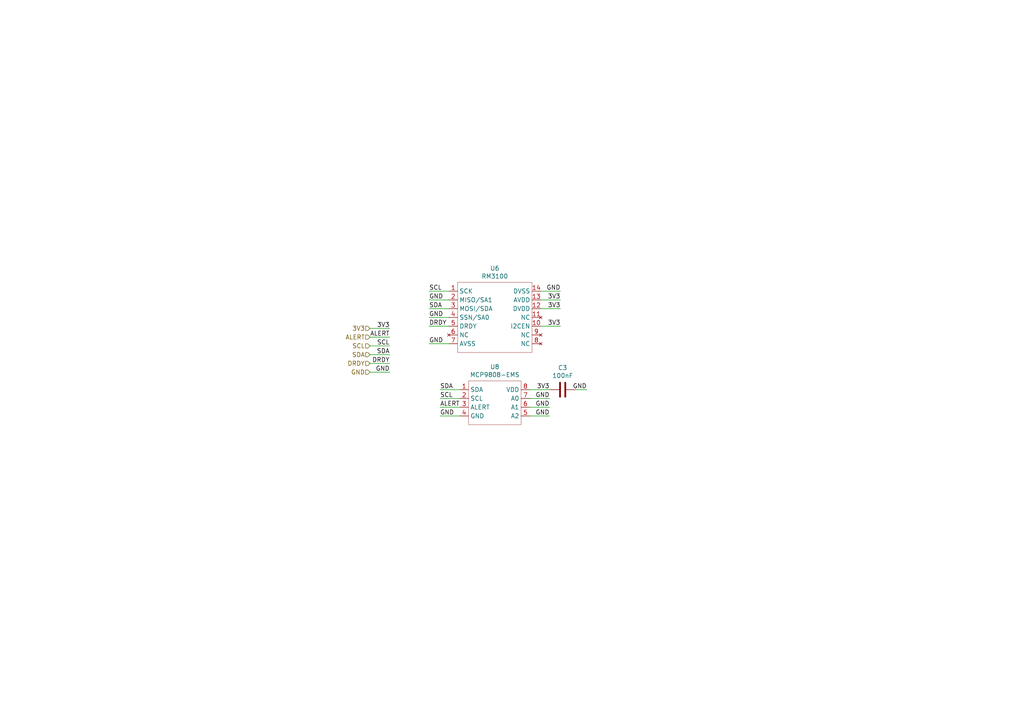
<source format=kicad_sch>
(kicad_sch (version 20200512) (host eeschema "5.99.0-unknown-57e35c9~88~ubuntu19.10.1")
  (page 5 6)
  (paper "A4")
  (lib_symbols
    (symbol "Device:C" (pin_numbers hide) (pin_names (offset 0.254))
      (property "Reference" "C" (at 0.635 2.54 0))
      (property "Value" "C" (at 0.635 -2.54 0))
      (symbol "C_0_1"
        (polyline (pts (xy -2.032 -0.762) (xy 2.032 -0.762)) (stroke (width 0.508)))
        (polyline (pts (xy -2.032 0.762) (xy 2.032 0.762)) (stroke (width 0.508)))
      )
      (symbol "C_1_1"
        (pin passive line (at 0 3.81 270) (length 2.794) (name "~") (number "1"))
        (pin passive line (at 0 -3.81 90) (length 2.794) (name "~") (number "2"))
      )
    )
    (symbol "Temperature:MCP9808-EMS"
      (property "Reference" "U" (at 0 7.62 0))
      (property "Value" "MCP9808-EMS" (at 0 -7.62 0))
      (symbol "MCP9808-EMS_0_1"
        (rectangle (start -7.62 -6.35) (end 7.62 6.35) (stroke (width 0.0006)))
      )
      (symbol "MCP9808-EMS_1_1"
        (pin bidirectional line (at -10.16 3.81 0) (length 2.54) (name "SDA") (number "1"))
        (pin input line (at -10.16 1.27 0) (length 2.54) (name "SCL") (number "2"))
        (pin output line (at -10.16 -1.27 0) (length 2.54) (name "ALERT") (number "3"))
        (pin input line (at -10.16 -3.81 0) (length 2.54) (name "GND") (number "4"))
        (pin input line (at 10.16 3.81 180) (length 2.54) (name "VDD") (number "8"))
        (pin input line (at 10.16 1.27 180) (length 2.54) (name "A0") (number "7"))
        (pin input line (at 10.16 -1.27 180) (length 2.54) (name "A1") (number "6"))
        (pin input line (at 10.16 -3.81 180) (length 2.54) (name "A2") (number "5"))
      )
    )
    (symbol "rm3100:RM3100"
      (property "Reference" "U" (at 0 11.43 0))
      (property "Value" "RM3100" (at 0 -11.43 0))
      (symbol "RM3100_0_1"
        (rectangle (start -11.43 10.16) (end 10.16 -10.16) (stroke (width 0.0006)))
      )
      (symbol "RM3100_1_1"
        (pin input line (at -13.97 7.62 0) (length 2.54) (name "SCK") (number "1"))
        (pin output line (at -13.97 5.08 0) (length 2.54) (name "MISO/SA1") (number "2"))
        (pin input line (at -13.97 2.54 0) (length 2.54) (name "MOSI/SDA") (number "3"))
        (pin input line (at -13.97 0 0) (length 2.54) (name "SSN/SA0") (number "4"))
        (pin output line (at -13.97 -2.54 0) (length 2.54) (name "DRDY") (number "5"))
        (pin input line (at -13.97 -7.62 0) (length 2.54) (name "AVSS") (number "7"))
        (pin input line (at 12.7 -2.54 180) (length 2.54) (name "I2CEN") (number "10"))
        (pin input line (at 12.7 2.54 180) (length 2.54) (name "DVDD") (number "12"))
        (pin input line (at 12.7 5.08 180) (length 2.54) (name "AVDD") (number "13"))
        (pin input line (at 12.7 7.62 180) (length 2.54) (name "DVSS") (number "14"))
        (pin unconnected line (at -13.97 -5.08 0) (length 2.54) (name "NC") (number "6"))
        (pin unconnected line (at 12.7 -7.62 180) (length 2.54) (name "NC") (number "8"))
        (pin unconnected line (at 12.7 -5.08 180) (length 2.54) (name "NC") (number "9"))
        (pin unconnected line (at 12.7 0 180) (length 2.54) (name "NC") (number "11"))
      )
    )
  )
  (wire (pts (xy 107.315 95.25) (xy 113.03 95.25)))
  (wire (pts (xy 107.315 97.79) (xy 113.03 97.79)))
  (wire (pts (xy 107.315 100.33) (xy 113.03 100.33)))
  (wire (pts (xy 107.315 102.87) (xy 113.03 102.87)))
  (wire (pts (xy 107.315 105.41) (xy 113.03 105.41)))
  (wire (pts (xy 107.315 107.95) (xy 113.03 107.95)))
  (wire (pts (xy 124.46 84.455) (xy 130.175 84.455)))
  (wire (pts (xy 124.46 86.995) (xy 130.175 86.995)))
  (wire (pts (xy 124.46 89.535) (xy 130.175 89.535)))
  (wire (pts (xy 124.46 92.075) (xy 130.175 92.075)))
  (wire (pts (xy 124.46 94.615) (xy 130.175 94.615)))
  (wire (pts (xy 124.46 99.695) (xy 130.175 99.695)))
  (wire (pts (xy 127.635 113.03) (xy 133.35 113.03)))
  (wire (pts (xy 127.635 115.57) (xy 133.35 115.57)))
  (wire (pts (xy 127.635 118.11) (xy 133.35 118.11)))
  (wire (pts (xy 127.635 120.65) (xy 133.35 120.65)))
  (wire (pts (xy 153.67 113.03) (xy 159.385 113.03)))
  (wire (pts (xy 153.67 115.57) (xy 159.385 115.57)))
  (wire (pts (xy 153.67 118.11) (xy 159.385 118.11)))
  (wire (pts (xy 153.67 120.65) (xy 159.385 120.65)))
  (wire (pts (xy 156.845 84.455) (xy 162.56 84.455)))
  (wire (pts (xy 156.845 86.995) (xy 162.56 86.995)))
  (wire (pts (xy 156.845 89.535) (xy 162.56 89.535)))
  (wire (pts (xy 156.845 94.615) (xy 162.56 94.615)))
  (wire (pts (xy 167.005 113.03) (xy 170.18 113.03)))
  (label "3V3" (at 113.03 95.25 180))
  (label "ALERT" (at 113.03 97.79 180))
  (label "SCL" (at 113.03 100.33 180))
  (label "SDA" (at 113.03 102.87 180))
  (label "DRDY" (at 113.03 105.41 180))
  (label "GND" (at 113.03 107.95 180))
  (label "SCL" (at 124.46 84.455 0))
  (label "GND" (at 124.46 86.995 0))
  (label "SDA" (at 124.46 89.535 0))
  (label "GND" (at 124.46 92.075 0))
  (label "DRDY" (at 124.46 94.615 0))
  (label "GND" (at 124.46 99.695 0))
  (label "SDA" (at 127.635 113.03 0))
  (label "SCL" (at 127.635 115.57 0))
  (label "ALERT" (at 127.635 118.11 0))
  (label "GND" (at 127.635 120.65 0))
  (label "3V3" (at 159.385 113.03 180))
  (label "GND" (at 159.385 115.57 180))
  (label "GND" (at 159.385 118.11 180))
  (label "GND" (at 159.385 120.65 180))
  (label "GND" (at 162.56 84.455 180))
  (label "3V3" (at 162.56 86.995 180))
  (label "3V3" (at 162.56 89.535 180))
  (label "3V3" (at 162.56 94.615 180))
  (label "GND" (at 170.18 113.03 180))
  (hierarchical_label "3V3" (shape input) (at 107.315 95.25 180))
  (hierarchical_label "ALERT" (shape input) (at 107.315 97.79 180))
  (hierarchical_label "SCL" (shape input) (at 107.315 100.33 180))
  (hierarchical_label "SDA" (shape input) (at 107.315 102.87 180))
  (hierarchical_label "DRDY" (shape input) (at 107.315 105.41 180))
  (hierarchical_label "GND" (shape input) (at 107.315 107.95 180))
  (symbol (lib_id "Device:C") (at 163.195 113.03 90) (unit 1)
    (property "Reference" "C3" (at 163.195 106.6608 90))
    (property "Value" "100nF" (at 163.195 108.9595 90))
    (property "Footprint" "Capacitor_SMD:C_0603_1608Metric_Pad1.05x0.95mm_HandSolder" (effects hide))
  )
  (symbol (lib_id "Temperature:MCP9808-EMS") (at 143.51 116.84 0) (unit 1)
    (property "Reference" "U8" (at 143.51 106.4065 0))
    (property "Value" "MCP9808-EMS" (at 143.51 108.7052 0))
    (property "Footprint" "Package_SO:MSOP-8_3x3mm_P0.65mm" (effects hide))
  )
  (symbol (lib_id "rm3100:RM3100") (at 144.145 92.075 0) (unit 1)
    (property "Reference" "U6" (at 143.51 77.8315 0))
    (property "Value" "RM3100" (at 143.51 80.1302 0))
    (property "Footprint" "Magnetometer:RM3100" (effects hide))
  )
)
</source>
